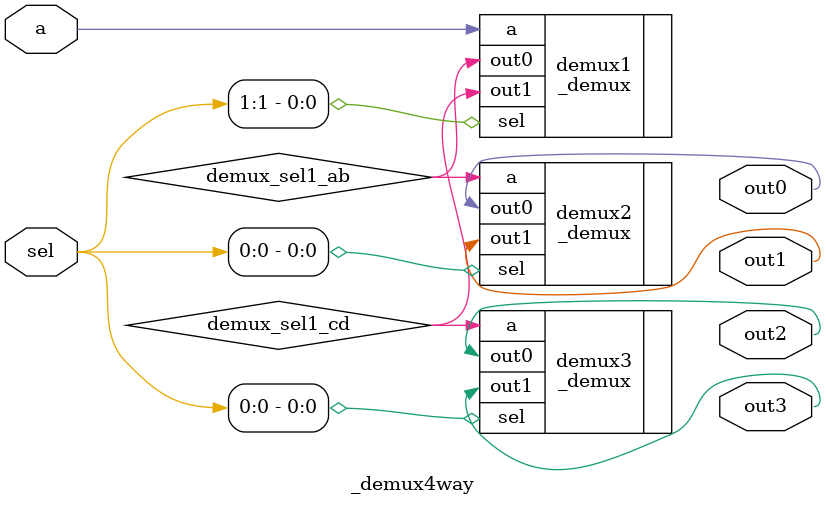
<source format=v>
module _demux4way(
    a,
    sel,
    out0,
    out1,
    out2,
    out3
);

input a;
input [1:0] sel;
output out0, out1, out2, out3;

wire demux_sel1_ab;
wire demux_sel1_cd;
_demux demux1(.a(a), .sel(sel[1]), .out0(demux_sel1_ab), .out1(demux_sel1_cd));
_demux demux2(.a(demux_sel1_ab), .sel(sel[0]), .out0(out0), .out1(out1));
_demux demux3(.a(demux_sel1_cd), .sel(sel[0]), .out0(out2), .out1(out3));
endmodule   

</source>
